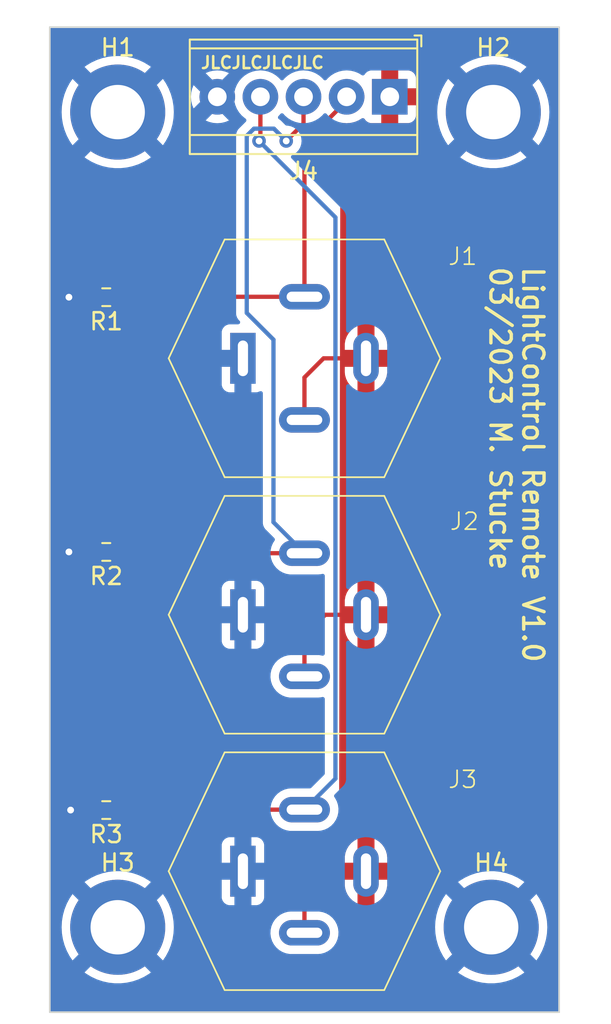
<source format=kicad_pcb>
(kicad_pcb (version 20221018) (generator pcbnew)
  (title_block (title "LightControl Remote") (date "2023-03-27") (rev "1.0") (company "Maximilian Stucke"))
  (layers (0 "F.Cu" signal) (31 "B.Cu" signal) (34 "B.Paste" user) (35 "F.Paste" user) (36 "B.SilkS" user "B.Silkscreen") (37 "F.SilkS" user "F.Silkscreen") (38 "B.Mask" user) (39 "F.Mask" user) (44 "Edge.Cuts" user))
  (net 0 "")
  (net 1 "GND")
  (net 2 "+5V")
  (net 3 "Brake_BTN")
  (net 4 "RearLight_BTN")
  (net 5 "IND_BTN")
  (footprint "MountingHole:MountingHole_3.2mm_M3_DIN965_Pad" (layer "F.Cu") (at 130.675 54.4)
    (fp_text reference "H1" (at 0 -3.8) (layer "F.SilkS"))
    (fp_text value "MountingHole_Pad")
    (pad "1" thru_hole circle (at 0 0) (size 5.6 5.6) (drill 3.2) (layers "*.Cu" "*.Mask") (net 1 "GND"))
  )
  (footprint "Resistor_SMD:R_0603_1608Metric" (layer "F.Cu") (at 130 65.3 180)
    (fp_text reference "R1" (at 0 -1.43) (layer "F.SilkS"))
    (fp_text value "10k")
    (fp_line (start -0.237258 -0.5225) (end 0.237258 -0.5225) (stroke (width 0.12)) (layer "F.SilkS"))
    (fp_line (start -0.237258 0.5225) (end 0.237258 0.5225) (stroke (width 0.12)) (layer "F.SilkS"))
    (pad "1" smd roundrect (at -0.825 0 180) (size 0.8 0.95) (layers "F.Cu" "F.Paste" "F.Mask") (net 3 "Brake_BTN"))
    (pad "2" smd roundrect (at 0.825 0 180) (size 0.8 0.95) (layers "F.Cu" "F.Paste" "F.Mask") (net 1 "GND"))
  )
  (footprint "Resistor_SMD:R_0603_1608Metric" (layer "F.Cu") (at 130 80.3 180)
    (fp_text reference "R2" (at 0 -1.43) (layer "F.SilkS"))
    (fp_text value "10k")
    (fp_line (start -0.237258 -0.5225) (end 0.237258 -0.5225) (stroke (width 0.12)) (layer "F.SilkS"))
    (fp_line (start -0.237258 0.5225) (end 0.237258 0.5225) (stroke (width 0.12)) (layer "F.SilkS"))
    (pad "1" smd roundrect (at -0.825 0 180) (size 0.8 0.95) (layers "F.Cu" "F.Paste" "F.Mask") (net 4 "RearLight_BTN"))
    (pad "2" smd roundrect (at 0.825 0 180) (size 0.8 0.95) (layers "F.Cu" "F.Paste" "F.Mask") (net 1 "GND"))
  )
  (footprint "Resistor_SMD:R_0603_1608Metric" (layer "F.Cu") (at 130 95.5 180)
    (fp_text reference "R3" (at 0 -1.43) (layer "F.SilkS"))
    (fp_text value "10k")
    (fp_line (start -0.237258 -0.5225) (end 0.237258 -0.5225) (stroke (width 0.12)) (layer "F.SilkS"))
    (fp_line (start -0.237258 0.5225) (end 0.237258 0.5225) (stroke (width 0.12)) (layer "F.SilkS"))
    (pad "1" smd roundrect (at -0.825 0 180) (size 0.8 0.95) (layers "F.Cu" "F.Paste" "F.Mask") (net 5 "IND_BTN"))
    (pad "2" smd roundrect (at 0.825 0 180) (size 0.8 0.95) (layers "F.Cu" "F.Paste" "F.Mask") (net 1 "GND"))
  )
  (footprint "Button_Switch:5V_LED_BTN" (layer "F.Cu") (at 141.675 68.9)
    (fp_text reference "J1" (at 9.325 -6 unlocked) (layer "F.SilkS") (effects (font (thickness 0.1))))
    (fp_text value "12mm non-resetting button")
    (fp_line (start -8 0) (end -4.7 7) (stroke (width 0.1)) (layer "F.SilkS"))
    (fp_line (start -4.7 -7) (end -8 0) (stroke (width 0.1)) (layer "F.SilkS"))
    (fp_line (start -4.7 -7) (end 4.7 -7) (stroke (width 0.1)) (layer "F.SilkS"))
    (fp_line (start -4.7 7) (end 4.7 7) (stroke (width 0.1)) (layer "F.SilkS"))
    (fp_line (start 4.7 -7) (end 8 0) (stroke (width 0.1)) (layer "F.SilkS"))
    (fp_line (start 4.7 7) (end 8 0) (stroke (width 0.1)) (layer "F.SilkS"))
    (pad "1" thru_hole rect (at -3.625 0 90) (size 3 1.5) (drill oval 2.1 0.6) (layers "*.Cu" "*.Mask") (net 1 "GND"))
    (pad "2" thru_hole oval (at 3.625 0 90) (size 3 1.5) (drill oval 2.1 0.6) (layers "*.Cu" "*.Mask") (net 2 "+5V"))
    (pad "3" thru_hole oval (at 0 -3.625) (size 3 1.5) (drill oval 2.1 0.6) (layers "*.Cu" "*.Mask") (net 3 "Brake_BTN"))
    (pad "4" thru_hole oval (at 0 3.625) (size 3 1.5) (drill oval 2.1 0.6) (layers "*.Cu" "*.Mask") (net 2 "+5V"))
  )
  (footprint "TerminalBlock_TE-Connectivity:TerminalBlock_TE_282834-5_1x05_P2.54mm_Horizontal" (layer "F.Cu") (at 146.7 53.5 180)
    (fp_text reference "J4" (at 5.08 -4.37) (layer "F.SilkS"))
    (fp_text value "Screw_Terminal_01x05")
    (fp_line (start -1.86 2.97) (end -1.86 3.61) (stroke (width 0.12)) (layer "F.SilkS"))
    (fp_line (start -1.86 3.61) (end -1.46 3.61) (stroke (width 0.12)) (layer "F.SilkS"))
    (fp_line (start -1.62 -3.37) (end -1.62 3.37) (stroke (width 0.12)) (layer "F.SilkS"))
    (fp_line (start -1.62 -3.37) (end 11.78 -3.37) (stroke (width 0.12)) (layer "F.SilkS"))
    (fp_line (start -1.62 -2.25) (end 11.78 -2.25) (stroke (width 0.12)) (layer "F.SilkS"))
    (fp_line (start -1.62 2.85) (end 11.78 2.85) (stroke (width 0.12)) (layer "F.SilkS"))
    (fp_line (start -1.62 3.37) (end 11.78 3.37) (stroke (width 0.12)) (layer "F.SilkS"))
    (fp_line (start 11.78 -3.37) (end 11.78 3.37) (stroke (width 0.12)) (layer "F.SilkS"))
    (pad "1" thru_hole rect (at 0 0 180) (size 2.1 2.1) (drill 1.1) (layers "*.Cu" "*.Mask") (net 2 "+5V"))
    (pad "2" thru_hole circle (at 2.54 0 180) (size 2.1 2.1) (drill 1.1) (layers "*.Cu" "*.Mask") (net 3 "Brake_BTN"))
    (pad "3" thru_hole circle (at 5.08 0 180) (size 2.1 2.1) (drill 1.1) (layers "*.Cu" "*.Mask") (net 4 "RearLight_BTN"))
    (pad "4" thru_hole circle (at 7.62 0 180) (size 2.1 2.1) (drill 1.1) (layers "*.Cu" "*.Mask") (net 5 "IND_BTN"))
    (pad "5" thru_hole circle (at 10.16 0 180) (size 2.1 2.1) (drill 1.1) (layers "*.Cu" "*.Mask") (net 1 "GND"))
  )
  (footprint "Button_Switch:5V_LED_BTN" (layer "F.Cu") (at 141.675 84)
    (fp_text reference "J2" (at 9.425 -5.5 unlocked) (layer "F.SilkS") (effects (font (thickness 0.1))))
    (fp_text value "12mm non-resetting button")
    (fp_line (start -8 0) (end -4.7 7) (stroke (width 0.1)) (layer "F.SilkS"))
    (fp_line (start -4.7 -7) (end -8 0) (stroke (width 0.1)) (layer "F.SilkS"))
    (fp_line (start -4.7 -7) (end 4.7 -7) (stroke (width 0.1)) (layer "F.SilkS"))
    (fp_line (start -4.7 7) (end 4.7 7) (stroke (width 0.1)) (layer "F.SilkS"))
    (fp_line (start 4.7 -7) (end 8 0) (stroke (width 0.1)) (layer "F.SilkS"))
    (fp_line (start 4.7 7) (end 8 0) (stroke (width 0.1)) (layer "F.SilkS"))
    (pad "1" thru_hole rect (at -3.625 0 90) (size 3 1.5) (drill oval 2.1 0.6) (layers "*.Cu" "*.Mask") (net 1 "GND"))
    (pad "2" thru_hole oval (at 3.625 0 90) (size 3 1.5) (drill oval 2.1 0.6) (layers "*.Cu" "*.Mask") (net 2 "+5V"))
    (pad "3" thru_hole oval (at 0 -3.625) (size 3 1.5) (drill oval 2.1 0.6) (layers "*.Cu" "*.Mask") (net 4 "RearLight_BTN"))
    (pad "4" thru_hole oval (at 0 3.625) (size 3 1.5) (drill oval 2.1 0.6) (layers "*.Cu" "*.Mask") (net 2 "+5V"))
  )
  (footprint "MountingHole:MountingHole_3.2mm_M3_DIN965_Pad" (layer "F.Cu") (at 130.675 102.4)
    (fp_text reference "H3" (at 0 -3.8) (layer "F.SilkS"))
    (fp_text value "MountingHole_Pad")
    (pad "1" thru_hole circle (at 0 0) (size 5.6 5.6) (drill 3.2) (layers "*.Cu" "*.Mask") (net 1 "GND"))
  )
  (footprint "MountingHole:MountingHole_3.2mm_M3_DIN965_Pad" (layer "F.Cu") (at 152.675 102.4)
    (fp_text reference "H4" (at 0 -3.8) (layer "F.SilkS"))
    (fp_text value "MountingHole_Pad")
    (pad "1" thru_hole circle (at 0 0) (size 5.6 5.6) (drill 3.2) (layers "*.Cu" "*.Mask") (net 1 "GND"))
  )
  (footprint "MountingHole:MountingHole_3.2mm_M3_DIN965_Pad" (layer "F.Cu") (at 152.8 54.4)
    (fp_text reference "H2" (at 0 -3.8) (layer "F.SilkS"))
    (fp_text value "MountingHole_Pad")
    (pad "1" thru_hole circle (at 0 0) (size 5.6 5.6) (drill 3.2) (layers "*.Cu" "*.Mask") (net 1 "GND"))
  )
  (footprint "Button_Switch:5V_LED_BTN" (layer "F.Cu") (at 141.675 99.1)
    (fp_text reference "J3" (at 9.325 -5.4 unlocked) (layer "F.SilkS") (effects (font (thickness 0.1))))
    (fp_text value "12mm non-resetting button")
    (fp_line (start -8 0) (end -4.7 7) (stroke (width 0.1)) (layer "F.SilkS"))
    (fp_line (start -4.7 -7) (end -8 0) (stroke (width 0.1)) (layer "F.SilkS"))
    (fp_line (start -4.7 -7) (end 4.7 -7) (stroke (width 0.1)) (layer "F.SilkS"))
    (fp_line (start -4.7 7) (end 4.7 7) (stroke (width 0.1)) (layer "F.SilkS"))
    (fp_line (start 4.7 -7) (end 8 0) (stroke (width 0.1)) (layer "F.SilkS"))
    (fp_line (start 4.7 7) (end 8 0) (stroke (width 0.1)) (layer "F.SilkS"))
    (pad "1" thru_hole rect (at -3.625 0 90) (size 3 1.5) (drill oval 2.1 0.6) (layers "*.Cu" "*.Mask") (net 1 "GND"))
    (pad "2" thru_hole oval (at 3.625 0 90) (size 3 1.5) (drill oval 2.1 0.6) (layers "*.Cu" "*.Mask") (net 2 "+5V"))
    (pad "3" thru_hole oval (at 0 -3.625) (size 3 1.5) (drill oval 2.1 0.6) (layers "*.Cu" "*.Mask") (net 5 "IND_BTN"))
    (pad "4" thru_hole oval (at 0 3.625) (size 3 1.5) (drill oval 2.1 0.6) (layers "*.Cu" "*.Mask") (net 2 "+5V"))
  )
  (gr_line (start 126.675 107.4) (end 126.675 49.4) (stroke (width 0.1)) (layer "Edge.Cuts"))
  (gr_line (start 156.675 107.4) (end 126.675 107.4) (stroke (width 0.1)) (layer "Edge.Cuts"))
  (gr_line (start 156.675 49.4) (end 156.675 107.4) (stroke (width 0.1)) (layer "Edge.Cuts"))
  (gr_line (start 126.675 49.4) (end 156.675 49.4) (stroke (width 0.1)) (layer "Edge.Cuts"))
  (gr_text "JLCJLCJLCJLC" (at 135.5 51.9) (layer "F.SilkS") (effects (font (size 0.7 0.7) (thickness 0.15) bold) (justify left bottom)))
  (gr_text "LightControl Remote V1.0\n03/2023 M. Stucke" (at 152.5 63.4 270) (layer "F.SilkS") (effects (font (size 1.2 1.2) (thickness 0.2) bold) (justify left bottom)))
  (segment (start 129.175 65.3) (end 127.8 65.3) (width 0.25) (layer "F.Cu") (net 1))
  (segment (start 129.175 95.5) (end 127.9 95.5) (width 0.25) (layer "F.Cu") (net 1))
  (segment (start 129.175 80.3) (end 127.8 80.3) (width 0.25) (layer "F.Cu") (net 1))
  (via (at 127.8 65.3) (size 0.8) (drill 0.4) (layers "F.Cu" "B.Cu") (net 1))
  (via (at 127.8 80.3) (size 0.8) (drill 0.4) (layers "F.Cu" "B.Cu") (net 1))
  (via (at 127.9 95.5) (size 0.8) (drill 0.4) (layers "F.Cu" "B.Cu") (net 1))
  (segment (start 142.4 99.1) (end 145.3 99.1) (width 0.25) (layer "F.Cu") (net 2))
  (segment (start 141.675 72.525) (end 141.675 70.025) (width 0.25) (layer "F.Cu") (net 2))
  (segment (start 141.675 87.625) (end 141.675 85.225) (width 0.25) (layer "F.Cu") (net 2))
  (segment (start 141.675 102.725) (end 141.675 99.825) (width 0.25) (layer "F.Cu") (net 2))
  (segment (start 142.8 68.9) (end 145.3 68.9) (width 0.25) (layer "F.Cu") (net 2))
  (segment (start 141.675 99.825) (end 142.4 99.1) (width 0.25) (layer "F.Cu") (net 2))
  (segment (start 141.675 85.225) (end 142.9 84) (width 0.25) (layer "F.Cu") (net 2))
  (segment (start 142.9 84) (end 145.3 84) (width 0.25) (layer "F.Cu") (net 2))
  (segment (start 141.675 70.025) (end 142.8 68.9) (width 0.25) (layer "F.Cu") (net 2))
  (segment (start 130.825 65.3) (end 130.85 65.275) (width 0.25) (layer "F.Cu") (net 3))
  (segment (start 141.675 56.225) (end 141.675 65.275) (width 0.25) (layer "F.Cu") (net 3))
  (segment (start 144.16 53.74) (end 141.675 56.225) (width 0.25) (layer "F.Cu") (net 3))
  (segment (start 144.16 53.5) (end 144.16 53.74) (width 0.25) (layer "F.Cu") (net 3))
  (segment (start 130.85 65.275) (end 141.675 65.275) (width 0.25) (layer "F.Cu") (net 3))
  (segment (start 130.9 80.375) (end 141.675 80.375) (width 0.25) (layer "F.Cu") (net 4))
  (segment (start 141.62 53.5) (end 141.62 55.08) (width 0.25) (layer "F.Cu") (net 4))
  (segment (start 130.825 80.3) (end 130.9 80.375) (width 0.25) (layer "F.Cu") (net 4))
  (segment (start 141.62 55.08) (end 140.6 56.1) (width 0.25) (layer "F.Cu") (net 4))
  (via (at 140.6 56.1) (size 0.8) (drill 0.4) (layers "F.Cu" "B.Cu") (net 4))
  (segment (start 140.6 56.1) (end 139.875 55.375) (width 0.25) (layer "B.Cu") (net 4))
  (segment (start 138.275 55.799695) (end 138.275 66.225) (width 0.25) (layer "B.Cu") (net 4))
  (segment (start 139.875 55.375) (end 138.699695 55.375) (width 0.25) (layer "B.Cu") (net 4))
  (segment (start 138.699695 55.375) (end 138.275 55.799695) (width 0.25) (layer "B.Cu") (net 4))
  (segment (start 139.85 67.8) (end 139.85 78.55) (width 0.25) (layer "B.Cu") (net 4))
  (segment (start 138.275 66.225) (end 139.85 67.8) (width 0.25) (layer "B.Cu") (net 4))
  (segment (start 139.85 78.55) (end 141.675 80.375) (width 0.25) (layer "B.Cu") (net 4))
  (segment (start 130.825 95.5) (end 130.85 95.475) (width 0.25) (layer "F.Cu") (net 5))
  (segment (start 130.85 95.475) (end 141.675 95.475) (width 0.25) (layer "F.Cu") (net 5))
  (segment (start 139.08 53.5) (end 139.08 56.02) (width 0.25) (layer "F.Cu") (net 5))
  (segment (start 139.08 56.02) (end 139 56.1) (width 0.25) (layer "F.Cu") (net 5))
  (via (at 139 56.1) (size 0.8) (drill 0.4) (layers "F.Cu" "B.Cu") (net 5))
  (segment (start 143.5 93.65) (end 141.675 95.475) (width 0.25) (layer "B.Cu") (net 5))
  (segment (start 139 56.1) (end 143.5 60.6) (width 0.25) (layer "B.Cu") (net 5))
  (segment (start 143.5 60.6) (end 143.5 93.65) (width 0.25) (layer "B.Cu") (net 5))
  (zone (net 2) (net_name "+5V") (layer "F.Cu") (priority 1) (connect_pads (clearance 0.5)) (min_thickness 0.25) (fill yes (thermal_gap 0.5) (thermal_bridge_width 1))
    (polygon (pts (xy 143.8 51.3) (xy 148.7 51.3) (xy 148.8 104.2) (xy 143.7 104.2)))
  )
  (zone (net 0) (net_name "") (layer "F.Cu") (connect_pads (clearance 0)) (min_thickness 0.25)
    (keepout (tracks allowed) (vias allowed) (pads allowed) (copperpour not_allowed) (footprints allowed))
    (fill (thermal_gap 0.5) (thermal_bridge_width 0.5))
    (polygon (pts (xy 143.8 51.3) (xy 146.2 51.3) (xy 146.2 52.2) (xy 143.8 52.2)))
  )
  (zone (net 1) (net_name "GND") (layer "B.Cu") (connect_pads (clearance 0.5)) (min_thickness 0.25) (fill yes (thermal_gap 0.5) (thermal_bridge_width 1))
    (polygon (pts (xy 125 47.8) (xy 157.9 47.8) (xy 157.9 108.1) (xy 124.9 108.1)))
  )
)
</source>
